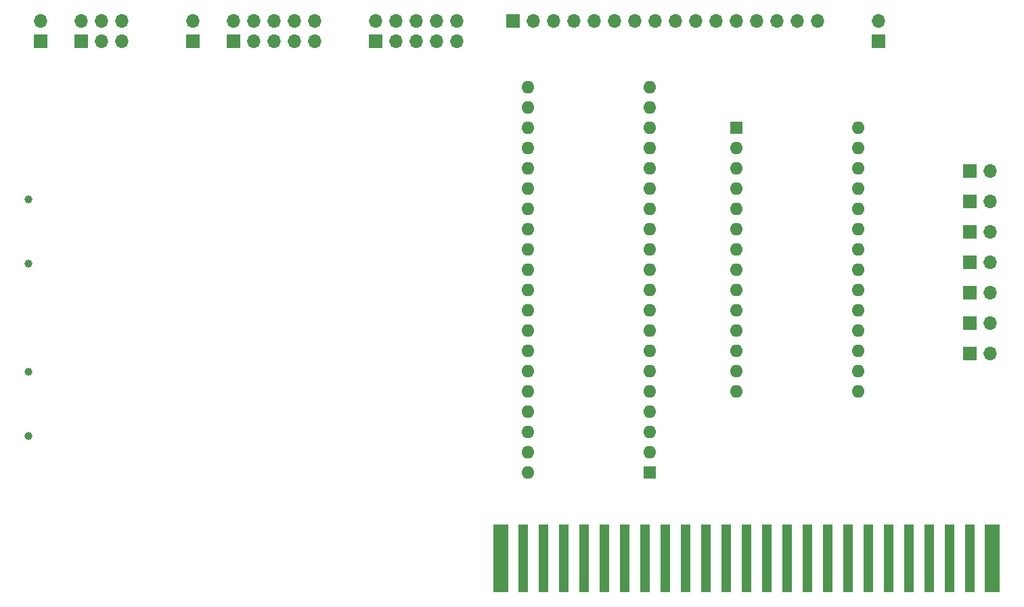
<source format=gbr>
%TF.GenerationSoftware,KiCad,Pcbnew,7.0.6+dfsg-1*%
%TF.CreationDate,2023-08-04T14:19:36+01:00*%
%TF.ProjectId,Apple2Card,4170706c-6532-4436-9172-642e6b696361,rev?*%
%TF.SameCoordinates,Original*%
%TF.FileFunction,Soldermask,Bot*%
%TF.FilePolarity,Negative*%
%FSLAX46Y46*%
G04 Gerber Fmt 4.6, Leading zero omitted, Abs format (unit mm)*
G04 Created by KiCad (PCBNEW 7.0.6+dfsg-1) date 2023-08-04 14:19:36*
%MOMM*%
%LPD*%
G01*
G04 APERTURE LIST*
%ADD10R,1.700000X1.700000*%
%ADD11O,1.700000X1.700000*%
%ADD12C,1.000000*%
%ADD13R,1.910000X8.530000*%
%ADD14R,1.270000X8.530000*%
%ADD15R,1.600000X1.600000*%
%ADD16O,1.600000X1.600000*%
G04 APERTURE END LIST*
D10*
%TO.C,JP6*%
X167640000Y-34295000D03*
D11*
X167640000Y-31755000D03*
%TD*%
D12*
%TO.C,U5*%
X61320000Y-83695000D03*
X61320000Y-75695000D03*
%TD*%
D10*
%TO.C,JP1*%
X62865000Y-34290000D03*
D11*
X62865000Y-31750000D03*
%TD*%
D10*
%TO.C,JP10*%
X179065000Y-50546000D03*
D11*
X181605000Y-50546000D03*
%TD*%
D10*
%TO.C,JP2*%
X179065000Y-73406000D03*
D11*
X181605000Y-73406000D03*
%TD*%
D13*
%TO.C,BUS1*%
X181864000Y-99060000D03*
D14*
X179070000Y-99060000D03*
X176530000Y-99060000D03*
X173990000Y-99060000D03*
X171450000Y-99060000D03*
X168910000Y-99060000D03*
X166370000Y-99060000D03*
X163830000Y-99060000D03*
X161290000Y-99060000D03*
X158750000Y-99060000D03*
X156210000Y-99060000D03*
X153670000Y-99060000D03*
X151130000Y-99060000D03*
X148590000Y-99060000D03*
X146050000Y-99060000D03*
X143510000Y-99060000D03*
X140970000Y-99060000D03*
X138430000Y-99060000D03*
X135890000Y-99060000D03*
X133350000Y-99060000D03*
X130810000Y-99060000D03*
X128270000Y-99060000D03*
X125730000Y-99060000D03*
X123190000Y-99060000D03*
D13*
X120396000Y-99060000D03*
%TD*%
D10*
%TO.C,JP9*%
X179065000Y-54356000D03*
D11*
X181605000Y-54356000D03*
%TD*%
D10*
%TO.C,J5*%
X104780000Y-34290000D03*
D11*
X104780000Y-31750000D03*
X107320000Y-34290000D03*
X107320000Y-31750000D03*
X109860000Y-34290000D03*
X109860000Y-31750000D03*
X112400000Y-34290000D03*
X112400000Y-31750000D03*
X114940000Y-34290000D03*
X114940000Y-31750000D03*
%TD*%
D10*
%TO.C,JP7*%
X179065000Y-61976000D03*
D11*
X181605000Y-61976000D03*
%TD*%
D12*
%TO.C,U6*%
X61320000Y-62105000D03*
X61320000Y-54105000D03*
%TD*%
D15*
%TO.C,U4*%
X139070000Y-88260000D03*
D16*
X139070000Y-85720000D03*
X139070000Y-83180000D03*
X139070000Y-80640000D03*
X139070000Y-78100000D03*
X139070000Y-75560000D03*
X139070000Y-73020000D03*
X139070000Y-70480000D03*
X139070000Y-67940000D03*
X139070000Y-65400000D03*
X139070000Y-62860000D03*
X139070000Y-60320000D03*
X139070000Y-57780000D03*
X139070000Y-55240000D03*
X139070000Y-52700000D03*
X139070000Y-50160000D03*
X139070000Y-47620000D03*
X139070000Y-45080000D03*
X139070000Y-42540000D03*
X139070000Y-40000000D03*
X123830000Y-40000000D03*
X123830000Y-42540000D03*
X123830000Y-45080000D03*
X123830000Y-47620000D03*
X123830000Y-50160000D03*
X123830000Y-52700000D03*
X123830000Y-55240000D03*
X123830000Y-57780000D03*
X123830000Y-60320000D03*
X123830000Y-62860000D03*
X123830000Y-65400000D03*
X123830000Y-67940000D03*
X123830000Y-70480000D03*
X123830000Y-73020000D03*
X123830000Y-75560000D03*
X123830000Y-78100000D03*
X123830000Y-80640000D03*
X123830000Y-83180000D03*
X123830000Y-85720000D03*
X123830000Y-88260000D03*
%TD*%
D10*
%TO.C,JP5*%
X81915000Y-34295000D03*
D11*
X81915000Y-31755000D03*
%TD*%
D10*
%TO.C,JP3*%
X179065000Y-69596000D03*
D11*
X181605000Y-69596000D03*
%TD*%
D15*
%TO.C,U9*%
X149855000Y-45070000D03*
D16*
X149855000Y-47610000D03*
X149855000Y-50150000D03*
X149855000Y-52690000D03*
X149855000Y-55230000D03*
X149855000Y-57770000D03*
X149855000Y-60310000D03*
X149855000Y-62850000D03*
X149855000Y-65390000D03*
X149855000Y-67930000D03*
X149855000Y-70470000D03*
X149855000Y-73010000D03*
X149855000Y-75550000D03*
X149855000Y-78090000D03*
X165095000Y-78090000D03*
X165095000Y-75550000D03*
X165095000Y-73010000D03*
X165095000Y-70470000D03*
X165095000Y-67930000D03*
X165095000Y-65390000D03*
X165095000Y-62850000D03*
X165095000Y-60310000D03*
X165095000Y-57770000D03*
X165095000Y-55230000D03*
X165095000Y-52690000D03*
X165095000Y-50150000D03*
X165095000Y-47610000D03*
X165095000Y-45070000D03*
%TD*%
D10*
%TO.C,JP8*%
X179065000Y-58166000D03*
D11*
X181605000Y-58166000D03*
%TD*%
D10*
%TO.C,JP4*%
X179065000Y-65786000D03*
D11*
X181605000Y-65786000D03*
%TD*%
D10*
%TO.C,J4*%
X121920000Y-31750000D03*
D11*
X124460000Y-31750000D03*
X127000000Y-31750000D03*
X129540000Y-31750000D03*
X132080000Y-31750000D03*
X134620000Y-31750000D03*
X137160000Y-31750000D03*
X139700000Y-31750000D03*
X142240000Y-31750000D03*
X144780000Y-31750000D03*
X147320000Y-31750000D03*
X149860000Y-31750000D03*
X152400000Y-31750000D03*
X154940000Y-31750000D03*
X157480000Y-31750000D03*
X160020000Y-31750000D03*
%TD*%
D10*
%TO.C,J1*%
X67960000Y-34290000D03*
D11*
X67960000Y-31750000D03*
X70500000Y-34290000D03*
X70500000Y-31750000D03*
X73040000Y-34290000D03*
X73040000Y-31750000D03*
%TD*%
D10*
%TO.C,J6*%
X87000000Y-34290000D03*
D11*
X87000000Y-31750000D03*
X89540000Y-34290000D03*
X89540000Y-31750000D03*
X92080000Y-34290000D03*
X92080000Y-31750000D03*
X94620000Y-34290000D03*
X94620000Y-31750000D03*
X97160000Y-34290000D03*
X97160000Y-31750000D03*
%TD*%
M02*

</source>
